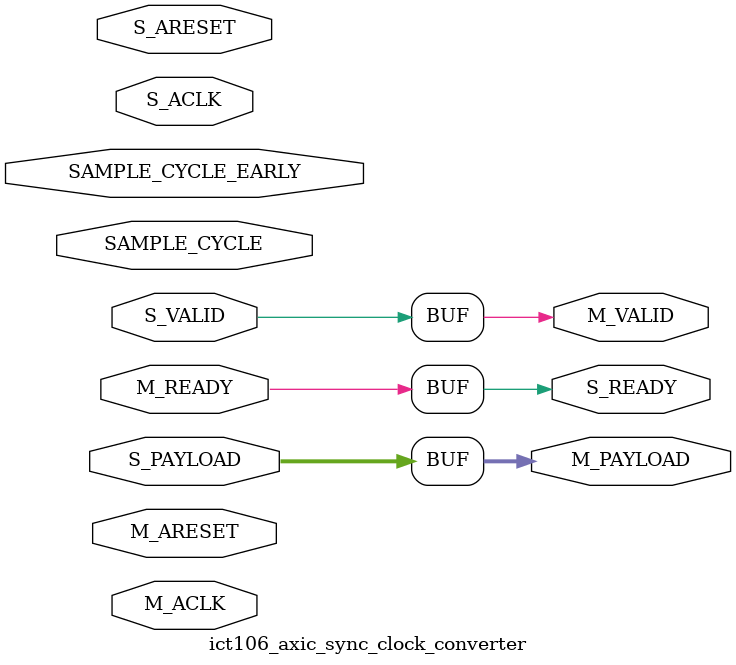
<source format=v>

`timescale 1ps/1ps
`default_nettype none

module ict106_axic_sync_clock_converter # (
///////////////////////////////////////////////////////////////////////////////
// Parameter Definitions
///////////////////////////////////////////////////////////////////////////////
  parameter C_FAMILY     = "virtex6",
  parameter integer C_PAYLOAD_WIDTH = 32,
  parameter integer C_S_ACLK_RATIO = 1,
  parameter integer C_M_ACLK_RATIO = 1 ,
  parameter integer C_MODE = 0  // 0 = light-weight (1-deep); 1 = fully-pipelined (2-deep)
  )
 (
///////////////////////////////////////////////////////////////////////////////
// Port Declarations
///////////////////////////////////////////////////////////////////////////////
  input wire                    SAMPLE_CYCLE_EARLY,
  input wire                    SAMPLE_CYCLE,
  // Slave side
  input  wire                        S_ACLK,
  input  wire                        S_ARESET,
  input  wire [C_PAYLOAD_WIDTH-1:0] S_PAYLOAD,
  input  wire                        S_VALID,
  output wire                        S_READY,

  // Master side
  input  wire                        M_ACLK,
  input  wire                        M_ARESET,
  output wire [C_PAYLOAD_WIDTH-1:0] M_PAYLOAD,
  output wire                        M_VALID,
  input  wire                        M_READY
);

////////////////////////////////////////////////////////////////////////////////
// Functions
////////////////////////////////////////////////////////////////////////////////

////////////////////////////////////////////////////////////////////////////////
// Local parameters
////////////////////////////////////////////////////////////////////////////////
localparam [1:0] ZERO = 2'b10;
localparam [1:0] ONE  = 2'b11;
localparam [1:0] TWO  = 2'b01;
localparam [1:0] INIT = 2'b00;
localparam integer P_LIGHT_WT = 0;
localparam integer P_FULLY_REG = 1;

////////////////////////////////////////////////////////////////////////////////
// Wires/Reg declarations
////////////////////////////////////////////////////////////////////////////////

////////////////////////////////////////////////////////////////////////////////
// BEGIN RTL
////////////////////////////////////////////////////////////////////////////////

generate
  if (C_S_ACLK_RATIO == C_M_ACLK_RATIO) begin : gen_passthru
    assign M_PAYLOAD = S_PAYLOAD;
    assign M_VALID   = S_VALID;
    assign S_READY   = M_READY;      
  end else begin : gen_sync_clock_converter
    wire s_sample_cycle;
    wire s_sample_cycle_early;
    wire m_sample_cycle;
    wire m_sample_cycle_early;

    wire slow_aclk;
    wire slow_areset;
    reg  s_areset_r;
    reg  m_areset_r;
   
    reg  s_tready_r; 
    wire s_tready_ns; 
    reg  m_tvalid_r; 
    wire m_tvalid_ns; 
    reg  [C_PAYLOAD_WIDTH-1:0] m_tpayload_r;
    reg  [C_PAYLOAD_WIDTH-1:0] m_tstorage_r;
    wire [C_PAYLOAD_WIDTH-1:0] m_tpayload_ns; 
    wire [C_PAYLOAD_WIDTH-1:0] m_tstorage_ns; 
    reg  m_tready_hold;
    wire m_tready_sample;
    wire load_tpayload;
    wire load_tstorage;
    wire load_tpayload_from_tstorage;
    reg [1:0] state;
    reg [1:0] next_state;
    
    always @(posedge S_ACLK) begin
      s_areset_r <= S_ARESET | M_ARESET;
    end
  
    always @(posedge M_ACLK) begin
      m_areset_r <= S_ARESET | M_ARESET;
    end

    assign slow_aclk   = (C_S_ACLK_RATIO > C_M_ACLK_RATIO) ? M_ACLK   : S_ACLK;
    assign slow_areset = (C_S_ACLK_RATIO > C_M_ACLK_RATIO) ? m_areset_r : s_areset_r;
    assign s_sample_cycle_early = (C_S_ACLK_RATIO > C_M_ACLK_RATIO) ? SAMPLE_CYCLE_EARLY : 1'b1;
    assign s_sample_cycle       = (C_S_ACLK_RATIO > C_M_ACLK_RATIO) ? SAMPLE_CYCLE : 1'b1;
    assign m_sample_cycle_early = (C_S_ACLK_RATIO > C_M_ACLK_RATIO) ? 1'b1 : SAMPLE_CYCLE_EARLY;
    assign m_sample_cycle       = (C_S_ACLK_RATIO > C_M_ACLK_RATIO) ? 1'b1 : SAMPLE_CYCLE;

    // Output flop for S_READY, value is encoded into state machine.
    assign s_tready_ns = (C_S_ACLK_RATIO > C_M_ACLK_RATIO) ? state[1] & (state != INIT) : next_state[1];

    always @(posedge S_ACLK) begin 
      if (s_areset_r) begin
        s_tready_r <= 1'b0;
      end
      else begin
        s_tready_r <= s_sample_cycle_early ? s_tready_ns : 1'b0;
      end
    end

    assign S_READY = s_tready_r;

    // Output flop for M_VALID
    assign m_tvalid_ns = next_state[0];

    always @(posedge M_ACLK) begin 
      if (m_areset_r) begin
        m_tvalid_r <= 1'b0;
      end
      else begin
        m_tvalid_r <= m_sample_cycle ? m_tvalid_ns : m_tvalid_r & ~M_READY;
      end
    end

    assign M_VALID = m_tvalid_r;

    // Hold register for M_READY when M_ACLK is fast.
    always @(posedge M_ACLK) begin 
      if (m_areset_r) begin
        m_tready_hold <= 1'b0;
      end
      else begin
        m_tready_hold <= m_sample_cycle ? 1'b0 : m_tready_sample;
      end
    end

    assign m_tready_sample = (M_READY ) | m_tready_hold;
    // Output/storage flops for PAYLOAD
    assign m_tpayload_ns = ~load_tpayload ? m_tpayload_r :
                           load_tpayload_from_tstorage ? m_tstorage_r : 
                           S_PAYLOAD;

    assign m_tstorage_ns = C_MODE ? (load_tstorage ? S_PAYLOAD : m_tstorage_r) : 0;

    always @(posedge slow_aclk) begin 
      m_tpayload_r <= m_tpayload_ns;
      m_tstorage_r <= C_MODE ? m_tstorage_ns : 0;
    end

    assign M_PAYLOAD = m_tpayload_r;

    // load logic
    assign load_tstorage = C_MODE && (state != TWO);
    assign load_tpayload = m_tready_sample || (state == ZERO);
    assign load_tpayload_from_tstorage = C_MODE && (state == TWO) && m_tready_sample;
    
    // State machine
    always @(posedge slow_aclk) begin 
      state <= next_state;
    end

    always @* begin 
      if (slow_areset) begin 
        next_state = INIT;
      end else begin
        case (state)
          INIT: begin
            next_state = ZERO;
          end
          // No transaction stored locally
          ZERO: begin
            if (S_VALID) begin
              next_state = C_MODE ? ONE : TWO; // Push from empty
            end
            else begin
              next_state = ZERO;
            end
          end

          // One transaction stored locally
          ONE: begin
            if (C_MODE == 0) begin
              next_state = TWO;  // State ONE is inaccessible when C_MODE=0
            end 
            else if (m_tready_sample & ~S_VALID) begin 
              next_state = ZERO; // Read out one so move to ZERO
            end
            else if (~m_tready_sample & S_VALID) begin
              next_state = TWO;  // Got another one so move to TWO
            end
            else begin
              next_state = ONE;
            end
          end

          // Storage registers full
          TWO: begin 
            if (m_tready_sample) begin
              next_state = C_MODE ? ONE : ZERO; // Pop from full
            end
            else begin
              next_state = TWO;
            end
          end
        endcase // case (state)
      end
    end
  end // gen_sync_clock_converter
  endgenerate
endmodule

`default_nettype wire

</source>
